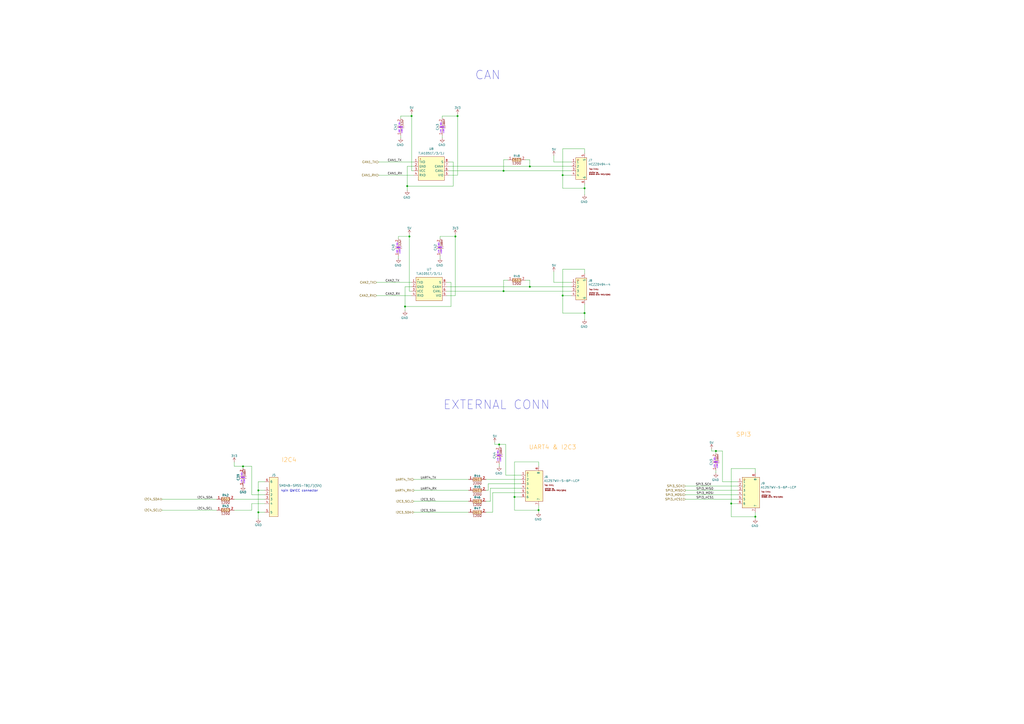
<source format=kicad_sch>
(kicad_sch (version 20250114) (generator "eeschema") (generator_version "9.0")
  (paper "A2")
  (lib_symbols
    (symbol "HCZZ0494-4_1"
      (property "Reference" "J" (at 7.112 4.826 0))
      (property "Value" "HCZZ0494-4" (at 12.446 2.54 0))
      (symbol "HCZZ0494-4_1_0_1"
        (rectangle (start -1.27 6.35) (end 5.08 -6.35) (fill (type background)))
        (circle (center 0 5.08) (radius 0.38))
        (pin unspecified line (at -3.81 3.81 0) (length 2.54) (name "1") (number "1"))
        (pin unspecified line (at -3.81 1.27 0) (length 2.54) (name "2") (number "2"))
        (pin unspecified line (at -3.81 -1.27 0) (length 2.54) (name "3") (number "3"))
        (pin unspecified line (at -3.81 -3.81 0) (length 2.54) (name "4") (number "4"))
        (pin unspecified line (at 3.81 8.89 270) (length 2.54) (name "5") (number "5"))
        (pin unspecified line (at 3.81 -8.89 90) (length 2.54) (name "6") (number "6"))
      )
      (symbol "HCZZ0494-4_1_1_1"
        (text "Top Entry" (at 6.35 -0.254 0) (effects (font (size 0.762 0.762)) (justify left)))
        (text "similiar to:\nBM04B-GHS-TBT(LF)(SN)" (at 6.35 -2.794 0) (effects (font (size 0.635 0.635)) (justify left)))
      )
    )
    (symbol "lampelKicadLIB:0603WAF1200T5E (120ohm,0603)"
      (property "Reference" "R" (at 0 2.286 0))
      (symbol "0603WAF1200T5E (120ohm,0603)_0_1"
        (rectangle (start -2.54 1.02) (end 2.54 -1.02) (fill (type background)))
        (pin input line (at -5.08 0 0) (length 2.54) (name "") (number "1"))
        (pin input line (at 5.08 0 180) (length 2.54) (name "") (number "2"))
      )
      (symbol "0603WAF1200T5E (120ohm,0603)_1_1"
        (text "0603" (at 0 0 0) (effects (font (size 1.27 1.27))))
        (text "120Ω" (at 0 -2.032 0) (effects (font (size 1.27 1.27))))
      )
    )
    (symbol "lampelKicadLIB:0603WAF2200T5E (220ohm  , 0603)"
      (property "Reference" "R" (at 0 2.032 0))
      (symbol "0603WAF2200T5E (220ohm  , 0603)_0_1"
        (rectangle (start -2.54 1.02) (end 2.54 -1.02) (fill (type background)))
        (pin input line (at -5.08 0 0) (length 2.54) (name "") (number "1"))
        (pin input line (at 5.08 0 180) (length 2.54) (name "") (number "2"))
      )
      (symbol "0603WAF2200T5E (220ohm  , 0603)_1_1"
        (text "0603" (at 0 0 0) (effects (font (size 1.27 1.27))))
        (text "220Ω" (at 0 -2.286 0) (effects (font (size 1.27 1.27))))
      )
    )
    (symbol "lampelKicadLIB:A1257WV-S-6P-LCP"
      (property "Reference" "J" (at 8.128 5.334 0))
      (property "Value" "A1257WV-S-6P-LCP" (at 17.272 3.048 0))
      (symbol "A1257WV-S-6P-LCP_0_1"
        (rectangle (start -3.81 8.89) (end 6.35 -8.89) (fill (type background)))
        (circle (center -2.54 7.62) (radius 0.38))
        (pin unspecified line (at -6.35 6.35 0) (length 2.54) (name "1") (number "1"))
        (pin unspecified line (at -6.35 3.81 0) (length 2.54) (name "2") (number "2"))
        (pin unspecified line (at -6.35 1.27 0) (length 2.54) (name "3") (number "3"))
        (pin unspecified line (at -6.35 -1.27 0) (length 2.54) (name "4") (number "4"))
        (pin unspecified line (at -6.35 -3.81 0) (length 2.54) (name "5") (number "5"))
        (pin unspecified line (at -6.35 -6.35 0) (length 2.54) (name "6") (number "6"))
        (pin unspecified line (at 3.81 11.43 270) (length 2.54) (name "8") (number "8"))
        (pin unspecified line (at 3.81 -11.43 90) (length 2.54) (name "7") (number "7"))
      )
      (symbol "A1257WV-S-6P-LCP_1_1"
        (text "Top Entry" (at 7.112 0.508 0) (effects (font (size 0.762 0.762)) (justify left)))
        (text "similiar to:\nBM06B-GHS-TBT(LF)(SN)" (at 7.366 -2.032 0) (effects (font (size 0.635 0.635)) (justify left)))
      )
    )
    (symbol "lampelKicadLIB:CC0603KRX7R9BB104 (100nf , 0603 ,50v ,X7R)"
      (property "Reference" "C" (at 0 2.794 0))
      (symbol "CC0603KRX7R9BB104 (100nf , 0603 ,50v ,X7R)_0_1"
        (polyline (pts (xy -0.51 0) (xy -2.54 0)))
        (polyline (pts (xy -0.51 -2.03) (xy -0.51 2.03)))
        (polyline (pts (xy 0.51 2.03) (xy 0.51 -2.03)))
        (polyline (pts (xy 2.54 0) (xy 0.51 0)))
        (pin unspecified line (at -5.08 0 0) (length 2.54) (name "") (number "1"))
        (pin unspecified line (at 5.08 0 180) (length 2.54) (name "") (number "2"))
      )
      (symbol "CC0603KRX7R9BB104 (100nf , 0603 ,50v ,X7R)_1_1"
        (text "X7R" (at -2.286 0.762 0) (effects (font (size 0.635 0.635))))
        (text "±10%" (at -2.286 -0.762 0) (effects (font (size 0.635 0.635))))
        (text "0603" (at 0 0 900) (effects (font (size 0.635 0.635))))
        (text "50v" (at 2.032 0.762 0) (effects (font (size 0.762 0.762))))
        (text "100nF" (at 2.794 -1.016 0) (effects (font (size 0.889 0.889))))
      )
    )
    (symbol "lampelKicadLIB:CL10A225KO8NNNC (2.2uf , 0603,16v,X5R)"
      (property "Reference" "C" (at 0 3.048 0))
      (symbol "CL10A225KO8NNNC (2.2uf , 0603,16v,X5R)_0_1"
        (polyline (pts (xy -0.51 0) (xy -2.54 0)))
        (polyline (pts (xy -0.51 -2.03) (xy -0.51 2.03)))
        (polyline (pts (xy 0.51 2.03) (xy 0.51 -2.03)))
        (polyline (pts (xy 2.54 0) (xy 0.51 0)))
        (pin unspecified line (at -5.08 0 0) (length 2.54) (name "") (number "1"))
        (pin unspecified line (at 5.08 0 180) (length 2.54) (name "") (number "2"))
      )
      (symbol "CL10A225KO8NNNC (2.2uf , 0603,16v,X5R)_1_1"
        (text "X5R" (at -2.286 0.762 0) (effects (font (size 0.635 0.635))))
        (text "±10%" (at -2.286 -0.762 0) (effects (font (size 0.635 0.635))))
        (text "0603" (at 0 0 900) (effects (font (size 0.635 0.635))))
        (text "16v" (at 2.032 0.762 0) (effects (font (size 0.762 0.762))))
        (text "2.2uF" (at 2.794 -1.016 0) (effects (font (size 0.889 0.889))))
      )
    )
    (symbol "lampelKicadLIB:SM04B-SRSS-TB(LF)(SN) (4pin QWICC connector USE THIS )"
      (property "Reference" "J" (at 0 8.89 0))
      (symbol "SM04B-SRSS-TB(LF)(SN) (4pin QWICC connector USE THIS )_0_1"
        (rectangle (start -11.43 1.27) (end 11.43 -3.81) (fill (type background)))
        (pin unspecified line (at -8.89 3.81 270) (length 2.54) (name "6") (number "6"))
        (pin unspecified line (at -3.81 3.81 270) (length 2.54) (name "1") (number "1"))
        (pin unspecified line (at -1.27 3.81 270) (length 2.54) (name "2") (number "2"))
        (pin unspecified line (at 1.27 3.81 270) (length 2.54) (name "3") (number "3"))
        (pin unspecified line (at 3.81 3.81 270) (length 2.54) (name "4") (number "4"))
        (pin unspecified line (at 8.89 3.81 270) (length 2.54) (name "5") (number "5"))
      )
    )
    (symbol "lampelKicadLIB:TJA1051T_3_1J"
      (property "Reference" "U" (at 0 8.89 0))
      (property "Value" "TJA1051T/3/1J" (at 0 -8.89 0))
      (symbol "TJA1051T_3_1J_0_1"
        (rectangle (start -7.62 6.86) (end 7.62 -6.86) (fill (type background)))
        (circle (center -6.35 5.59) (radius 0.25))
        (pin unspecified line (at -10.16 3.81 0) (length 2.54) (name "TXD") (number "1"))
        (pin unspecified line (at -10.16 1.27 0) (length 2.54) (name "GND") (number "2"))
        (pin unspecified line (at -10.16 -1.27 0) (length 2.54) (name "VCC") (number "3"))
        (pin unspecified line (at -10.16 -3.81 0) (length 2.54) (name "RXD") (number "4"))
        (pin unspecified line (at 10.16 3.81 180) (length 2.54) (name "S") (number "8"))
        (pin unspecified line (at 10.16 1.27 180) (length 2.54) (name "CANH") (number "7"))
        (pin unspecified line (at 10.16 -1.27 180) (length 2.54) (name "CANL") (number "6"))
        (pin unspecified line (at 10.16 -3.81 180) (length 2.54) (name "VIO") (number "5"))
      )
    )
    (symbol "power:GND" (power) (pin_numbers (hide yes)) (pin_names (offset 0) (hide yes))
      (property "Value" "GND" (at 0 -3.81 0))
      (symbol "GND_0_1"
        (polyline (pts (xy 0 0) (xy 0 -1.27) (xy 1.27 -1.27) (xy 0 -2.54) (xy -1.27 -1.27) (xy 0 -1.27)))
      )
      (symbol "GND_1_1"
        (pin power_in line (at 0 0 270) (length 0) (name "~") (number "1"))
      )
    )
    (symbol "power:VDD" (power) (pin_numbers (hide yes)) (pin_names (offset 0) (hide yes))
      (property "Value" "VDD" (at 0 3.556 0))
      (symbol "VDD_0_1"
        (polyline (pts (xy -0.762 1.27) (xy 0 2.54)))
        (polyline (pts (xy 0 2.54) (xy 0.762 1.27)))
        (polyline (pts (xy 0 0) (xy 0 2.54)))
      )
      (symbol "VDD_1_1"
        (pin power_in line (at 0 0 90) (length 0) (name "~") (number "1"))
      )
    )
  )
  (text "CAN" (at 282.956 43.688 0) (effects (font (size 5.08 5.08))))
  (text "UART4 & I2C3" (at 320.548 259.588 0) (effects (font (size 2.54 2.54))))
  (text "SPI3" (at 431.292 252.222 0) (effects (font (size 2.54 2.54))))
  (text "4pin QWICC connector" (at 173.736 284.734 0) (effects (font (size 1.27 1.27))))
  (text "EXTERNAL CONN" (at 288.036 234.95 0) (effects (font (size 5.08 5.08))))
  (text "I2C4" (at 167.64 266.954 0) (effects (font (size 2.54 2.54))))
  (junction (at 149.86 284.48))
  (junction (at 438.15 299.72))
  (junction (at 149.86 297.18))
  (junction (at 339.09 109.22))
  (junction (at 238.76 67.31))
  (junction (at 264.16 137.16))
  (junction (at 326.39 101.6))
  (junction (at 298.45 288.29))
  (junction (at 234.95 177.8))
  (junction (at 424.18 292.1))
  (junction (at 326.39 171.45))
  (junction (at 289.56 257.81))
  (junction (at 307.34 166.37))
  (junction (at 415.29 261.62))
  (junction (at 292.1 99.06))
  (junction (at 265.43 67.31))
  (junction (at 140.97 270.51))
  (junction (at 292.1 168.91))
  (junction (at 339.09 181.61))
  (junction (at 307.34 96.52))
  (junction (at 312.42 295.91))
  (junction (at 236.22 107.95))
  (junction (at 237.49 137.16))
  (wire (pts (xy 283.21 280.67) (xy 302.26 280.67)))
  (wire (pts (xy 135.89 270.51) (xy 135.89 267.97)))
  (wire (pts (xy 262.89 93.98) (xy 262.89 107.95)))
  (wire (pts (xy 265.43 66.04) (xy 265.43 67.31)))
  (wire (pts (xy 140.97 271.78) (xy 140.97 270.51)))
  (wire (pts (xy 312.42 270.51) (xy 312.42 267.97)))
  (wire (pts (xy 240.03 284.48) (xy 271.78 284.48)))
  (wire (pts (xy 146.05 287.02) (xy 153.67 287.02)))
  (wire (pts (xy 339.09 176.53) (xy 339.09 181.61)))
  (wire (pts (xy 312.42 295.91) (xy 312.42 297.18)))
  (wire (pts (xy 287.02 257.81) (xy 289.56 257.81)))
  (wire (pts (xy 326.39 101.6) (xy 326.39 109.22)))
  (wire (pts (xy 218.44 163.83) (xy 238.76 163.83)))
  (wire (pts (xy 219.71 93.98) (xy 240.03 93.98)))
  (wire (pts (xy 292.1 99.06) (xy 331.47 99.06)))
  (wire (pts (xy 339.09 156.21) (xy 326.39 156.21)))
  (wire (pts (xy 326.39 101.6) (xy 331.47 101.6)))
  (wire (pts (xy 93.98 295.91) (xy 125.73 295.91)))
  (wire (pts (xy 219.71 101.6) (xy 240.03 101.6)))
  (wire (pts (xy 149.86 279.4) (xy 149.86 284.48)))
  (wire (pts (xy 415.29 273.05) (xy 415.29 274.32)))
  (wire (pts (xy 298.45 295.91) (xy 312.42 295.91)))
  (wire (pts (xy 259.08 168.91) (xy 292.1 168.91)))
  (wire (pts (xy 284.48 283.21) (xy 302.26 283.21)))
  (wire (pts (xy 397.51 287.02) (xy 427.99 287.02)))
  (wire (pts (xy 135.89 289.56) (xy 153.67 289.56)))
  (wire (pts (xy 312.42 293.37) (xy 312.42 295.91)))
  (wire (pts (xy 312.42 267.97) (xy 298.45 267.97)))
  (wire (pts (xy 260.35 101.6) (xy 265.43 101.6)))
  (wire (pts (xy 261.62 177.8) (xy 234.95 177.8)))
  (wire (pts (xy 307.34 92.71) (xy 307.34 96.52)))
  (wire (pts (xy 234.95 166.37) (xy 234.95 177.8)))
  (wire (pts (xy 339.09 88.9) (xy 339.09 86.36)))
  (wire (pts (xy 326.39 109.22) (xy 339.09 109.22)))
  (wire (pts (xy 218.44 171.45) (xy 238.76 171.45)))
  (wire (pts (xy 292.1 99.06) (xy 292.1 92.71)))
  (wire (pts (xy 438.15 297.18) (xy 438.15 299.72)))
  (wire (pts (xy 424.18 299.72) (xy 438.15 299.72)))
  (wire (pts (xy 289.56 257.81) (xy 293.37 257.81)))
  (wire (pts (xy 238.76 166.37) (xy 234.95 166.37)))
  (wire (pts (xy 260.35 93.98) (xy 262.89 93.98)))
  (wire (pts (xy 424.18 292.1) (xy 427.99 292.1)))
  (wire (pts (xy 255.27 148.59) (xy 255.27 149.86)))
  (wire (pts (xy 289.56 257.81) (xy 289.56 259.08)))
  (wire (pts (xy 140.97 270.51) (xy 135.89 270.51)))
  (wire (pts (xy 231.14 149.86) (xy 231.14 148.59)))
  (wire (pts (xy 256.54 67.31) (xy 256.54 68.58)))
  (wire (pts (xy 153.67 284.48) (xy 149.86 284.48)))
  (wire (pts (xy 285.75 297.18) (xy 285.75 285.75)))
  (wire (pts (xy 240.03 99.06) (xy 238.76 99.06)))
  (wire (pts (xy 292.1 168.91) (xy 292.1 162.56)))
  (wire (pts (xy 256.54 78.74) (xy 256.54 80.01)))
  (wire (pts (xy 93.98 289.56) (xy 125.73 289.56)))
  (wire (pts (xy 304.8 162.56) (xy 307.34 162.56)))
  (wire (pts (xy 339.09 181.61) (xy 339.09 185.42)))
  (wire (pts (xy 298.45 267.97) (xy 298.45 288.29)))
  (wire (pts (xy 292.1 92.71) (xy 294.64 92.71)))
  (wire (pts (xy 307.34 166.37) (xy 331.47 166.37)))
  (wire (pts (xy 259.08 166.37) (xy 307.34 166.37)))
  (wire (pts (xy 231.14 137.16) (xy 237.49 137.16)))
  (wire (pts (xy 298.45 288.29) (xy 302.26 288.29)))
  (wire (pts (xy 339.09 109.22) (xy 339.09 113.03)))
  (wire (pts (xy 146.05 295.91) (xy 135.89 295.91)))
  (wire (pts (xy 281.94 278.13) (xy 302.26 278.13)))
  (wire (pts (xy 283.21 280.67) (xy 283.21 284.48)))
  (wire (pts (xy 281.94 290.83) (xy 284.48 290.83)))
  (wire (pts (xy 240.03 278.13) (xy 271.78 278.13)))
  (wire (pts (xy 326.39 171.45) (xy 331.47 171.45)))
  (wire (pts (xy 412.75 261.62) (xy 415.29 261.62)))
  (wire (pts (xy 240.03 96.52) (xy 236.22 96.52)))
  (wire (pts (xy 231.14 137.16) (xy 231.14 138.43)))
  (wire (pts (xy 149.86 297.18) (xy 149.86 300.99)))
  (wire (pts (xy 326.39 86.36) (xy 326.39 101.6)))
  (wire (pts (xy 255.27 137.16) (xy 255.27 138.43)))
  (wire (pts (xy 146.05 292.1) (xy 146.05 295.91)))
  (wire (pts (xy 261.62 163.83) (xy 261.62 177.8)))
  (wire (pts (xy 293.37 275.59) (xy 302.26 275.59)))
  (wire (pts (xy 339.09 86.36) (xy 326.39 86.36)))
  (wire (pts (xy 438.15 274.32) (xy 438.15 271.78)))
  (wire (pts (xy 438.15 271.78) (xy 424.18 271.78)))
  (wire (pts (xy 424.18 271.78) (xy 424.18 292.1)))
  (wire (pts (xy 149.86 297.18) (xy 153.67 297.18)))
  (wire (pts (xy 304.8 92.71) (xy 307.34 92.71)))
  (wire (pts (xy 260.35 99.06) (xy 292.1 99.06)))
  (wire (pts (xy 262.89 107.95) (xy 236.22 107.95)))
  (wire (pts (xy 232.41 80.01) (xy 232.41 78.74)))
  (wire (pts (xy 236.22 107.95) (xy 236.22 110.49)))
  (wire (pts (xy 146.05 270.51) (xy 140.97 270.51)))
  (wire (pts (xy 339.09 158.75) (xy 339.09 156.21)))
  (wire (pts (xy 153.67 292.1) (xy 146.05 292.1)))
  (wire (pts (xy 415.29 261.62) (xy 415.29 262.89)))
  (wire (pts (xy 292.1 162.56) (xy 294.64 162.56)))
  (wire (pts (xy 259.08 171.45) (xy 264.16 171.45)))
  (wire (pts (xy 321.31 93.98) (xy 331.47 93.98)))
  (wire (pts (xy 321.31 163.83) (xy 331.47 163.83)))
  (wire (pts (xy 321.31 90.17) (xy 321.31 93.98)))
  (wire (pts (xy 265.43 67.31) (xy 265.43 101.6)))
  (wire (pts (xy 285.75 285.75) (xy 302.26 285.75)))
  (wire (pts (xy 326.39 171.45) (xy 326.39 181.61)))
  (wire (pts (xy 307.34 96.52) (xy 331.47 96.52)))
  (wire (pts (xy 240.03 297.18) (xy 271.78 297.18)))
  (wire (pts (xy 287.02 256.54) (xy 287.02 257.81)))
  (wire (pts (xy 289.56 269.24) (xy 289.56 270.51)))
  (wire (pts (xy 292.1 168.91) (xy 331.47 168.91)))
  (wire (pts (xy 339.09 109.22) (xy 339.09 106.68)))
  (wire (pts (xy 264.16 135.89) (xy 264.16 137.16)))
  (wire (pts (xy 424.18 292.1) (xy 424.18 299.72)))
  (wire (pts (xy 298.45 288.29) (xy 298.45 295.91)))
  (wire (pts (xy 419.1 279.4) (xy 427.99 279.4)))
  (wire (pts (xy 238.76 67.31) (xy 238.76 99.06)))
  (wire (pts (xy 264.16 137.16) (xy 255.27 137.16)))
  (wire (pts (xy 397.51 281.94) (xy 427.99 281.94)))
  (wire (pts (xy 265.43 67.31) (xy 256.54 67.31)))
  (wire (pts (xy 415.29 261.62) (xy 419.1 261.62)))
  (wire (pts (xy 264.16 137.16) (xy 264.16 171.45)))
  (wire (pts (xy 397.51 284.48) (xy 427.99 284.48)))
  (wire (pts (xy 236.22 96.52) (xy 236.22 107.95)))
  (wire (pts (xy 153.67 279.4) (xy 149.86 279.4)))
  (wire (pts (xy 326.39 181.61) (xy 339.09 181.61)))
  (wire (pts (xy 260.35 96.52) (xy 307.34 96.52)))
  (wire (pts (xy 234.95 177.8) (xy 234.95 180.34)))
  (wire (pts (xy 284.48 283.21) (xy 284.48 290.83)))
  (wire (pts (xy 146.05 270.51) (xy 146.05 287.02)))
  (wire (pts (xy 321.31 157.48) (xy 321.31 163.83)))
  (wire (pts (xy 283.21 284.48) (xy 281.94 284.48)))
  (wire (pts (xy 232.41 67.31) (xy 232.41 68.58)))
  (wire (pts (xy 326.39 156.21) (xy 326.39 171.45)))
  (wire (pts (xy 237.49 135.89) (xy 237.49 137.16)))
  (wire (pts (xy 412.75 260.35) (xy 412.75 261.62)))
  (wire (pts (xy 419.1 261.62) (xy 419.1 279.4)))
  (wire (pts (xy 237.49 137.16) (xy 237.49 168.91)))
  (wire (pts (xy 232.41 67.31) (xy 238.76 67.31)))
  (wire (pts (xy 259.08 163.83) (xy 261.62 163.83)))
  (wire (pts (xy 238.76 66.04) (xy 238.76 67.31)))
  (wire (pts (xy 397.51 289.56) (xy 427.99 289.56)))
  (wire (pts (xy 293.37 257.81) (xy 293.37 275.59)))
  (wire (pts (xy 438.15 299.72) (xy 438.15 300.99)))
  (wire (pts (xy 281.94 297.18) (xy 285.75 297.18)))
  (wire (pts (xy 240.03 290.83) (xy 271.78 290.83)))
  (wire (pts (xy 238.76 168.91) (xy 237.49 168.91)))
  (wire (pts (xy 149.86 284.48) (xy 149.86 297.18)))
  (wire (pts (xy 307.34 162.56) (xy 307.34 166.37)))
  (label "CAN1_TX" (at 224.79 93.98 0))
  (label "SPI3_nCS1" (at 403.86 289.56 0))
  (label "SPI3_MISO" (at 403.86 284.48 0))
  (label "CAN2_TX" (at 223.52 163.83 0))
  (label "I2C4_SDA" (at 114.3 289.56 0))
  (label "CAN2_RX" (at 223.52 171.45 0))
  (label "UART4_RX" (at 243.84 284.48 0))
  (label "I2C3_SDA" (at 243.84 297.18 0))
  (label "I2C3_SCL" (at 243.84 290.83 0))
  (label "UART4_TX" (at 243.84 278.13 0))
  (label "CAN1_RX" (at 224.79 101.6 0))
  (label "SPI3_SCK" (at 412.75 281.94 180))
  (label "SPI3_MOSI" (at 414.02 287.02 180))
  (label "I2C4_SCL" (at 114.3 295.91 0))
  (hierarchical_label "SPI3_SCK" (shape input) (at 397.51 281.94 180))
  (hierarchical_label "I2C3_SDA" (shape bidirectional) (at 240.03 297.18 180))
  (hierarchical_label "I2C4_SCL" (shape input) (at 93.98 295.91 180))
  (hierarchical_label "CAN1_TX" (shape input) (at 219.71 93.98 180))
  (hierarchical_label "CAN2_RX" (shape input) (at 218.44 171.45 180))
  (hierarchical_label "CAN1_RX" (shape input) (at 219.71 101.6 180))
  (hierarchical_label "SPI3_MISO" (shape output) (at 397.51 284.48 180))
  (hierarchical_label "UART4_TX" (shape input) (at 240.03 278.13 180))
  (hierarchical_label "SPI3_nCS1" (shape input) (at 397.51 289.56 180))
  (hierarchical_label "I2C4_SDA" (shape bidirectional) (at 93.98 289.56 180))
  (hierarchical_label "UART4_RX" (shape output) (at 240.03 284.48 180))
  (hierarchical_label "SPI3_MOSI" (shape input) (at 397.51 287.02 180))
  (hierarchical_label "CAN2_TX" (shape input) (at 218.44 163.83 180))
  (hierarchical_label "I2C3_SCL" (shape input) (at 240.03 290.83 180))
  (symbol (lib_id "lampelKicadLIB:A1257WV-S-6P-LCP") (at 434.34 285.75 0) (unit 1)
    (property "Reference" "J9" (at 442.468 280.416 0))
    (property "Value" "A1257WV-S-6P-LCP" (at 451.612 282.702 0))
    (property "Footprint" "easyeda2kicad:CONN-SMD_A1257WV-S-6P" (effects (hide yes)))
    (property "Datasheet" "https://lcsc.com/product-detail/Connectors_Changjiang-Connectors-A1257WV-S-6P_C225122.html" (effects (hide yes)))
    (property "Description" "Connector Header 6 position 1.25mm Pitch" (effects (hide yes)))
    (property "LCSC Part" "C225122" (effects (hide yes)))
  )
  (symbol (lib_id "lampelKicadLIB:0603WAF1200T5E (120ohm,0603)") (at 276.86 297.18 0) (unit 1)
    (property "Reference" "R47" (at 276.86 294.894 0))
    (property "Value" "603WAF1200T5E" (effects (hide yes)))
    (property "Footprint" "easyeda2kicad:R0603" (effects (hide yes)))
    (property "Datasheet" "https://lcsc.com/product-detail/Chip-Resistor-Surface-Mount-UniOhm_120R-1200-1_C22787.html" (effects (hide yes)))
    (property "Description" "120Ω ±1% 100mW 0603 Thick Film Resistor" (effects (hide yes)))
    (property "LCSC Part" "C22787" (effects (hide yes)))
  )
  (symbol (lib_name "HCZZ0494-4_1") (lib_id "lampelKicadLIB:HCZZ0494-4") (at 335.28 167.64 0) (unit 1)
    (property "Reference" "J8" (at 342.392 162.814 0))
    (property "Value" "HCZZ0494-4" (at 347.726 165.1 0))
    (property "Footprint" "easyeda2kicad:CONN-SMD_4P-P1.25_BM04B-GHS-TBT-LF-SN" (effects (hide yes)))
    (property "Description" "Connector Header 4 position 1.25mm Pitch 1A Surface Mount,Vertical -25℃~+85℃" (effects (hide yes)))
    (property "LCSC Part" "C7433500" (effects (hide yes)))
  )
  (symbol (lib_id "lampelKicadLIB:0603WAF2200T5E (220ohm  , 0603)") (at 276.86 284.48 0) (unit 1)
    (property "Reference" "R45" (at 276.86 282.448 0))
    (property "Value" "0603WAF2200T5E (220ohm  , 0603)" (effects (hide yes)))
    (property "Footprint" "easyeda2kicad:R0603" (effects (hide yes)))
    (property "Datasheet" "https://lcsc.com/product-detail/Chip-Resistor-Surface-Mount-UniOhm_220R-2200-1_C22962.html" (effects (hide yes)))
    (property "Description" "220Ω ±1% 100mW 0603 Thick Film Resistor" (effects (hide yes)))
    (property "LCSC Part" "C22962" (effects (hide yes)))
  )
  (symbol (lib_id "power:VDD") (at 412.75 260.35 0) (mirror y) (unit 1)
    (property "Reference" "#PWR0115" (effects (hide yes)))
    (property "Value" "5V" (at 412.75 256.794 0))
    (property "Description" "Power symbol creates a global label with name \"VDD\"" (effects (hide yes)))
  )
  (symbol (lib_id "lampelKicadLIB:CC0603KRX7R9BB104 (100nf , 0603 ,50v ,X7R)") (at 140.97 276.86 90) (unit 1)
    (property "Reference" "C39" (at 138.176 276.86 0))
    (property "Value" "CC0603KRX7R9BB104 (100nf , 0603 ,50v ,X7R)" (effects (hide yes)))
    (property "Footprint" "easyeda2kicad:C0603" (effects (hide yes)))
    (property "Datasheet" "https://lcsc.com/product-detail/Multilayer-Ceramic-Capacitors-MLCC-SMD-SMT_100nF-104-10-50V_C14663.html" (effects (hide yes)))
    (property "Description" "100nF ±10% 50V Ceramic Capacitor X7R 0603" (effects (hide yes)))
    (property "LCSC Part" "C14663" (effects (hide yes)))
  )
  (symbol (lib_id "power:GND") (at 231.14 149.86 0) (mirror y) (unit 1)
    (property "Reference" "#PWR098" (effects (hide yes)))
    (property "Value" "GND" (at 230.886 153.924 0))
    (property "Description" "Power symbol creates a global label with name \"GND\" , ground" (effects (hide yes)))
  )
  (symbol (lib_id "power:GND") (at 232.41 80.01 0) (mirror y) (unit 1)
    (property "Reference" "#PWR099" (effects (hide yes)))
    (property "Value" "GND" (at 232.156 84.074 0))
    (property "Description" "Power symbol creates a global label with name \"GND\" , ground" (effects (hide yes)))
  )
  (symbol (lib_id "power:GND") (at 140.97 281.94 0) (mirror y) (unit 1)
    (property "Reference" "#PWR096" (effects (hide yes)))
    (property "Value" "GND" (at 140.97 285.496 0))
    (property "Description" "Power symbol creates a global label with name \"GND\" , ground" (effects (hide yes)))
  )
  (symbol (lib_id "lampelKicadLIB:CC0603KRX7R9BB104 (100nf , 0603 ,50v ,X7R)") (at 255.27 143.51 90) (unit 1)
    (property "Reference" "C42" (at 252.476 143.51 0))
    (property "Value" "CC0603KRX7R9BB104 (100nf , 0603 ,50v ,X7R)" (effects (hide yes)))
    (property "Footprint" "easyeda2kicad:C0603" (effects (hide yes)))
    (property "Datasheet" "https://lcsc.com/product-detail/Multilayer-Ceramic-Capacitors-MLCC-SMD-SMT_100nF-104-10-50V_C14663.html" (effects (hide yes)))
    (property "Description" "100nF ±10% 50V Ceramic Capacitor X7R 0603" (effects (hide yes)))
    (property "LCSC Part" "C14663" (effects (hide yes)))
  )
  (symbol (lib_id "lampelKicadLIB:CC0603KRX7R9BB104 (100nf , 0603 ,50v ,X7R)") (at 289.56 264.16 90) (unit 1)
    (property "Reference" "C44" (at 286.766 264.16 0))
    (property "Value" "CC0603KRX7R9BB104 (100nf , 0603 ,50v ,X7R)" (effects (hide yes)))
    (property "Footprint" "easyeda2kicad:C0603" (effects (hide yes)))
    (property "Datasheet" "https://lcsc.com/product-detail/Multilayer-Ceramic-Capacitors-MLCC-SMD-SMT_100nF-104-10-50V_C14663.html" (effects (hide yes)))
    (property "Description" "100nF ±10% 50V Ceramic Capacitor X7R 0603" (effects (hide yes)))
    (property "LCSC Part" "C14663" (effects (hide yes)))
  )
  (symbol (lib_id "power:VDD") (at 237.49 135.89 0) (mirror y) (unit 1)
    (property "Reference" "#PWR0102" (effects (hide yes)))
    (property "Value" "5V" (at 237.49 132.334 0))
    (property "Description" "Power symbol creates a global label with name \"VDD\"" (effects (hide yes)))
  )
  (symbol (lib_id "power:GND") (at 289.56 270.51 0) (mirror y) (unit 1)
    (property "Reference" "#PWR0109" (effects (hide yes)))
    (property "Value" "GND" (at 289.306 274.574 0))
    (property "Description" "Power symbol creates a global label with name \"GND\" , ground" (effects (hide yes)))
  )
  (symbol (lib_id "lampelKicadLIB:0603WAF1200T5E (120ohm,0603)") (at 130.81 295.91 0) (unit 1)
    (property "Reference" "R43" (at 130.81 293.624 0))
    (property "Value" "603WAF1200T5E" (effects (hide yes)))
    (property "Footprint" "easyeda2kicad:R0603" (effects (hide yes)))
    (property "Datasheet" "https://lcsc.com/product-detail/Chip-Resistor-Surface-Mount-UniOhm_120R-1200-1_C22787.html" (effects (hide yes)))
    (property "Description" "120Ω ±1% 100mW 0603 Thick Film Resistor" (effects (hide yes)))
    (property "LCSC Part" "C22787" (effects (hide yes)))
  )
  (symbol (lib_id "power:VDD") (at 264.16 135.89 0) (mirror y) (unit 1)
    (property "Reference" "#PWR0106" (effects (hide yes)))
    (property "Value" "3V3" (at 264.16 132.334 0))
    (property "Description" "Power symbol creates a global label with name \"VDD\"" (effects (hide yes)))
  )
  (symbol (lib_id "power:GND") (at 438.15 300.99 0) (mirror y) (unit 1)
    (property "Reference" "#PWR0117" (effects (hide yes)))
    (property "Value" "GND" (at 437.896 305.054 0))
    (property "Description" "Power symbol creates a global label with name \"GND\" , ground" (effects (hide yes)))
  )
  (symbol (lib_id "power:GND") (at 255.27 149.86 0) (mirror y) (unit 1)
    (property "Reference" "#PWR0104" (effects (hide yes)))
    (property "Value" "GND" (at 255.016 153.924 0))
    (property "Description" "Power symbol creates a global label with name \"GND\" , ground" (effects (hide yes)))
  )
  (symbol (lib_id "power:VDD") (at 321.31 90.17 0) (mirror y) (unit 1)
    (property "Reference" "#PWR0111" (effects (hide yes)))
    (property "Value" "5V" (at 321.31 86.614 0))
    (property "Description" "Power symbol creates a global label with name \"VDD\"" (effects (hide yes)))
  )
  (symbol (lib_id "lampelKicadLIB:CC0603KRX7R9BB104 (100nf , 0603 ,50v ,X7R)") (at 415.29 267.97 90) (unit 1)
    (property "Reference" "C45" (at 412.496 267.97 0))
    (property "Value" "CC0603KRX7R9BB104 (100nf , 0603 ,50v ,X7R)" (effects (hide yes)))
    (property "Footprint" "easyeda2kicad:C0603" (effects (hide yes)))
    (property "Datasheet" "https://lcsc.com/product-detail/Multilayer-Ceramic-Capacitors-MLCC-SMD-SMT_100nF-104-10-50V_C14663.html" (effects (hide yes)))
    (property "Description" "100nF ±10% 50V Ceramic Capacitor X7R 0603" (effects (hide yes)))
    (property "LCSC Part" "C14663" (effects (hide yes)))
  )
  (symbol (lib_id "lampelKicadLIB:CC0603KRX7R9BB104 (100nf , 0603 ,50v ,X7R)") (at 256.54 73.66 90) (unit 1)
    (property "Reference" "C43" (at 253.746 73.66 0))
    (property "Value" "CC0603KRX7R9BB104 (100nf , 0603 ,50v ,X7R)" (effects (hide yes)))
    (property "Footprint" "easyeda2kicad:C0603" (effects (hide yes)))
    (property "Datasheet" "https://lcsc.com/product-detail/Multilayer-Ceramic-Capacitors-MLCC-SMD-SMT_100nF-104-10-50V_C14663.html" (effects (hide yes)))
    (property "Description" "100nF ±10% 50V Ceramic Capacitor X7R 0603" (effects (hide yes)))
    (property "LCSC Part" "C14663" (effects (hide yes)))
  )
  (symbol (lib_id "lampelKicadLIB:TJA1051T_3_1J") (at 250.19 97.79 0) (unit 1)
    (property "Reference" "U8" (at 250.19 86.36 0))
    (property "Value" "TJA1051T/3/1J" (at 250.19 88.9 0))
    (property "Footprint" "easyeda2kicad:SOIC-8_L4.9-W3.9-P1.27-LS6.0-BL" (effects (hide yes)))
    (property "Datasheet" "https://lcsc.com/product-detail/CAN_NXP_TJA1051T-3_TJA1051T-3_C38695.html" (effects (hide yes)))
    (property "LCSC Part" "C38695" (effects (hide yes)))
  )
  (symbol (lib_id "power:VDD") (at 135.89 267.97 0) (mirror y) (unit 1)
    (property "Reference" "#PWR095" (effects (hide yes)))
    (property "Value" "3V3" (at 135.89 264.414 0))
    (property "Description" "Power symbol creates a global label with name \"VDD\"" (effects (hide yes)))
  )
  (symbol (lib_id "lampelKicadLIB:CL10A225KO8NNNC (2.2uf , 0603,16v,X5R)") (at 231.14 143.51 90) (unit 1)
    (property "Reference" "C40" (at 228.092 143.51 0))
    (property "Value" "CL10A225KO8NNNC (2.2uf , 0603,16v,X5R)" (effects (hide yes)))
    (property "Footprint" "easyeda2kicad:C0603" (effects (hide yes)))
    (property "Datasheet" "https://lcsc.com/product-detail/Multilayer-Ceramic-Capacitors-MLCC-SMD-SMT_SAMSUNG_CL10A225KO8NNNC_2-2uF-225-10-16V_C23630.html" (effects (hide yes)))
    (property "LCSC Part" "C23630" (effects (hide yes)))
  )
  (symbol (lib_id "lampelKicadLIB:0603WAF2200T5E (220ohm  , 0603)") (at 276.86 278.13 0) (unit 1)
    (property "Reference" "R44" (at 276.86 276.098 0))
    (property "Value" "0603WAF2200T5E (220ohm  , 0603)" (effects (hide yes)))
    (property "Footprint" "easyeda2kicad:R0603" (effects (hide yes)))
    (property "Datasheet" "https://lcsc.com/product-detail/Chip-Resistor-Surface-Mount-UniOhm_220R-2200-1_C22962.html" (effects (hide yes)))
    (property "Description" "220Ω ±1% 100mW 0603 Thick Film Resistor" (effects (hide yes)))
    (property "LCSC Part" "C22962" (effects (hide yes)))
  )
  (symbol (lib_id "power:VDD") (at 321.31 157.48 0) (mirror y) (unit 1)
    (property "Reference" "#PWR0112" (effects (hide yes)))
    (property "Value" "5V" (at 321.31 153.924 0))
    (property "Description" "Power symbol creates a global label with name \"VDD\"" (effects (hide yes)))
  )
  (symbol (lib_id "lampelKicadLIB:TJA1051T_3_1J") (at 248.92 167.64 0) (unit 1)
    (property "Reference" "U7" (at 248.92 156.21 0))
    (property "Value" "TJA1051T/3/1J" (at 248.92 158.75 0))
    (property "Footprint" "easyeda2kicad:SOIC-8_L4.9-W3.9-P1.27-LS6.0-BL" (effects (hide yes)))
    (property "Datasheet" "https://lcsc.com/product-detail/CAN_NXP_TJA1051T-3_TJA1051T-3_C38695.html" (effects (hide yes)))
    (property "LCSC Part" "C38695" (effects (hide yes)))
  )
  (symbol (lib_id "lampelKicadLIB:0603WAF1200T5E (120ohm,0603)") (at 299.72 162.56 0) (unit 1)
    (property "Reference" "R49" (at 299.72 160.274 0))
    (property "Value" "603WAF1200T5E" (effects (hide yes)))
    (property "Footprint" "easyeda2kicad:R0603" (effects (hide yes)))
    (property "Datasheet" "https://lcsc.com/product-detail/Chip-Resistor-Surface-Mount-UniOhm_120R-1200-1_C22787.html" (effects (hide yes)))
    (property "Description" "120Ω ±1% 100mW 0603 Thick Film Resistor" (effects (hide yes)))
    (property "LCSC Part" "C22787" (effects (hide yes)))
  )
  (symbol (lib_id "power:GND") (at 312.42 297.18 0) (mirror y) (unit 1)
    (property "Reference" "#PWR0110" (effects (hide yes)))
    (property "Value" "GND" (at 312.166 301.244 0))
    (property "Description" "Power symbol creates a global label with name \"GND\" , ground" (effects (hide yes)))
  )
  (symbol (lib_id "power:GND") (at 236.22 110.49 0) (mirror y) (unit 1)
    (property "Reference" "#PWR0101" (effects (hide yes)))
    (property "Value" "GND" (at 235.966 114.554 0))
    (property "Description" "Power symbol creates a global label with name \"GND\" , ground" (effects (hide yes)))
  )
  (symbol (lib_id "lampelKicadLIB:0603WAF1200T5E (120ohm,0603)") (at 276.86 290.83 0) (unit 1)
    (property "Reference" "R46" (at 276.86 288.544 0))
    (property "Value" "603WAF1200T5E" (effects (hide yes)))
    (property "Footprint" "easyeda2kicad:R0603" (effects (hide yes)))
    (property "Datasheet" "https://lcsc.com/product-detail/Chip-Resistor-Surface-Mount-UniOhm_120R-1200-1_C22787.html" (effects (hide yes)))
    (property "Description" "120Ω ±1% 100mW 0603 Thick Film Resistor" (effects (hide yes)))
    (property "LCSC Part" "C22787" (effects (hide yes)))
  )
  (symbol (lib_id "power:GND") (at 256.54 80.01 0) (mirror y) (unit 1)
    (property "Reference" "#PWR0105" (effects (hide yes)))
    (property "Value" "GND" (at 256.286 84.074 0))
    (property "Description" "Power symbol creates a global label with name \"GND\" , ground" (effects (hide yes)))
  )
  (symbol (lib_id "power:VDD") (at 238.76 66.04 0) (mirror y) (unit 1)
    (property "Reference" "#PWR0103" (effects (hide yes)))
    (property "Value" "5V" (at 238.76 62.484 0))
    (property "Description" "Power symbol creates a global label with name \"VDD\"" (effects (hide yes)))
  )
  (symbol (lib_id "lampelKicadLIB:0603WAF1200T5E (120ohm,0603)") (at 299.72 92.71 0) (unit 1)
    (property "Reference" "R48" (at 299.72 90.424 0))
    (property "Value" "603WAF1200T5E" (effects (hide yes)))
    (property "Footprint" "easyeda2kicad:R0603" (effects (hide yes)))
    (property "Datasheet" "https://lcsc.com/product-detail/Chip-Resistor-Surface-Mount-UniOhm_120R-1200-1_C22787.html" (effects (hide yes)))
    (property "Description" "120Ω ±1% 100mW 0603 Thick Film Resistor" (effects (hide yes)))
    (property "LCSC Part" "C22787" (effects (hide yes)))
  )
  (symbol (lib_id "lampelKicadLIB:CL10A225KO8NNNC (2.2uf , 0603,16v,X5R)") (at 232.41 73.66 90) (unit 1)
    (property "Reference" "C41" (at 229.362 73.66 0))
    (property "Value" "CL10A225KO8NNNC (2.2uf , 0603,16v,X5R)" (effects (hide yes)))
    (property "Footprint" "easyeda2kicad:C0603" (effects (hide yes)))
    (property "Datasheet" "https://lcsc.com/product-detail/Multilayer-Ceramic-Capacitors-MLCC-SMD-SMT_SAMSUNG_CL10A225KO8NNNC_2-2uF-225-10-16V_C23630.html" (effects (hide yes)))
    (property "LCSC Part" "C23630" (effects (hide yes)))
  )
  (symbol (lib_id "power:GND") (at 415.29 274.32 0) (mirror y) (unit 1)
    (property "Reference" "#PWR0116" (effects (hide yes)))
    (property "Value" "GND" (at 415.036 278.384 0))
    (property "Description" "Power symbol creates a global label with name \"GND\" , ground" (effects (hide yes)))
  )
  (symbol (lib_id "lampelKicadLIB:SM04B-SRSS-TB(LF)(SN) (4pin QWICC connector USE THIS )") (at 157.48 288.29 90) (mirror x) (unit 1)
    (property "Reference" "J5" (at 158.75 275.59 90))
    (property "Value" "SM04B-SRSS-TB(LF)(SN)" (at 174.244 281.686 90))
    (property "Footprint" "easyeda2kicad:CONN-SMD_4P-P1.00_SM04B-SRSS-TB-LF-SN" (effects (hide yes)))
    (property "Datasheet" "https://lcsc.com/product-detail/Others_JST-Sales-America__JST-Sales-America-SM04B-SRSS-TB-LF-SN_C160404.html" (effects (hide yes)))
    (property "Description" "Connector Header 4 position 1mm Pitch 1A Surface Mount, Right Angle -25℃~+85℃" (effects (hide yes)))
    (property "LCSC Part" "C160404" (effects (hide yes)))
  )
  (symbol (lib_name "HCZZ0494-4_1") (lib_id "lampelKicadLIB:HCZZ0494-4") (at 335.28 97.79 0) (unit 1)
    (property "Reference" "J7" (at 342.392 92.964 0))
    (property "Value" "HCZZ0494-4" (at 347.726 95.25 0))
    (property "Footprint" "easyeda2kicad:CONN-SMD_4P-P1.25_BM04B-GHS-TBT-LF-SN" (effects (hide yes)))
    (property "Description" "Connector Header 4 position 1.25mm Pitch 1A Surface Mount,Vertical -25℃~+85℃" (effects (hide yes)))
    (property "LCSC Part" "C7433500" (effects (hide yes)))
  )
  (symbol (lib_id "lampelKicadLIB:0603WAF1200T5E (120ohm,0603)") (at 130.81 289.56 0) (unit 1)
    (property "Reference" "R42" (at 130.81 287.274 0))
    (property "Value" "603WAF1200T5E" (effects (hide yes)))
    (property "Footprint" "easyeda2kicad:R0603" (effects (hide yes)))
    (property "Datasheet" "https://lcsc.com/product-detail/Chip-Resistor-Surface-Mount-UniOhm_120R-1200-1_C22787.html" (effects (hide yes)))
    (property "Description" "120Ω ±1% 100mW 0603 Thick Film Resistor" (effects (hide yes)))
    (property "LCSC Part" "C22787" (effects (hide yes)))
  )
  (symbol (lib_id "power:VDD") (at 265.43 66.04 0) (mirror y) (unit 1)
    (property "Reference" "#PWR0107" (effects (hide yes)))
    (property "Value" "3V3" (at 265.43 62.484 0))
    (property "Description" "Power symbol creates a global label with name \"VDD\"" (effects (hide yes)))
  )
  (symbol (lib_id "lampelKicadLIB:A1257WV-S-6P-LCP") (at 308.61 281.94 0) (unit 1)
    (property "Reference" "J6" (at 316.738 276.606 0))
    (property "Value" "A1257WV-S-6P-LCP" (at 325.882 278.892 0))
    (property "Footprint" "easyeda2kicad:CONN-SMD_A1257WV-S-6P" (effects (hide yes)))
    (property "Datasheet" "https://lcsc.com/product-detail/Connectors_Changjiang-Connectors-A1257WV-S-6P_C225122.html" (effects (hide yes)))
    (property "Description" "Connector Header 6 position 1.25mm Pitch" (effects (hide yes)))
    (property "LCSC Part" "C225122" (effects (hide yes)))
  )
  (symbol (lib_id "power:GND") (at 339.09 185.42 0) (mirror y) (unit 1)
    (property "Reference" "#PWR0114" (effects (hide yes)))
    (property "Value" "GND" (at 338.836 189.484 0))
    (property "Description" "Power symbol creates a global label with name \"GND\" , ground" (effects (hide yes)))
  )
  (symbol (lib_id "power:GND") (at 339.09 113.03 0) (mirror y) (unit 1)
    (property "Reference" "#PWR0113" (effects (hide yes)))
    (property "Value" "GND" (at 338.836 117.094 0))
    (property "Description" "Power symbol creates a global label with name \"GND\" , ground" (effects (hide yes)))
  )
  (symbol (lib_id "power:VDD") (at 287.02 256.54 0) (mirror y) (unit 1)
    (property "Reference" "#PWR0108" (effects (hide yes)))
    (property "Value" "5V" (at 287.02 252.984 0))
    (property "Description" "Power symbol creates a global label with name \"VDD\"" (effects (hide yes)))
  )
  (symbol (lib_id "power:GND") (at 234.95 180.34 0) (mirror y) (unit 1)
    (property "Reference" "#PWR0100" (effects (hide yes)))
    (property "Value" "GND" (at 234.696 184.404 0))
    (property "Description" "Power symbol creates a global label with name \"GND\" , ground" (effects (hide yes)))
  )
  (symbol (lib_id "power:GND") (at 149.86 300.99 0) (mirror y) (unit 1)
    (property "Reference" "#PWR097" (effects (hide yes)))
    (property "Value" "GND" (at 149.86 304.546 0))
    (property "Description" "Power symbol creates a global label with name \"GND\" , ground" (effects (hide yes)))
  )
)
</source>
